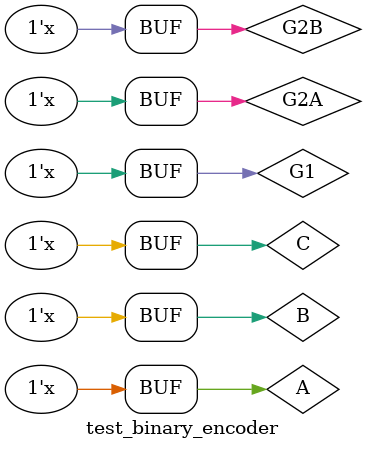
<source format=v>
`timescale 1ns / 1ps


module test_binary_encoder;
    reg A,B,C;
    reg G1;
    reg G2A,G2B;
    wire [7:0] Y;

    LS_74_138 U1(A,B,C,G1,G2A,G2B,Y);
    
    initial {G1,G2A,G2B,C,B,A} = 6'b100000;
    
    always begin
        #10;
        {G1,G2A,G2B,C,B,A} = {G1,G2A,G2B,C,B,A} + 1'b1;
    end
endmodule

</source>
